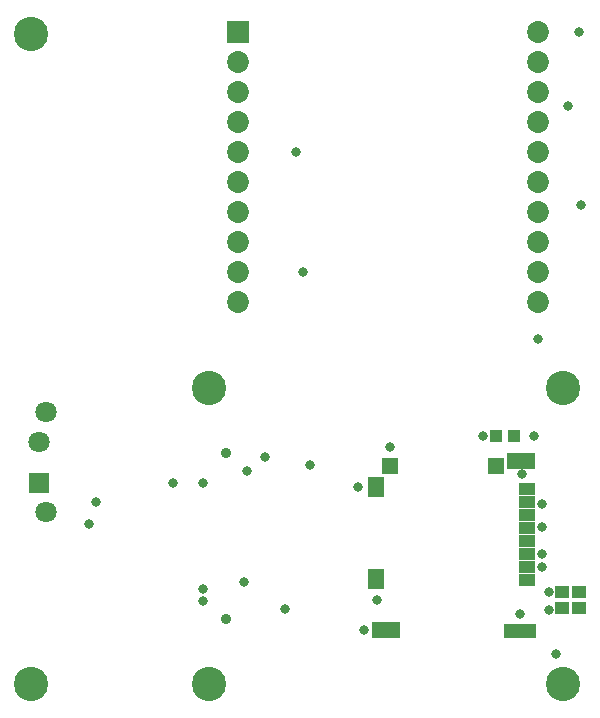
<source format=gbs>
G04*
G04 #@! TF.GenerationSoftware,Altium Limited,Altium Designer,18.1.9 (240)*
G04*
G04 Layer_Color=16711935*
%FSLAX25Y25*%
%MOIN*%
G70*
G01*
G75*
%ADD20R,0.04537X0.04143*%
%ADD24C,0.07300*%
%ADD25R,0.07300X0.07300*%
%ADD26R,0.07099X0.07099*%
%ADD27C,0.07099*%
%ADD28C,0.11430*%
%ADD29C,0.03556*%
%ADD30C,0.03162*%
%ADD48R,0.05328X0.06706*%
%ADD49R,0.09461X0.05328*%
%ADD50R,0.05524X0.05367*%
%ADD51R,0.05721X0.05367*%
%ADD52R,0.10642X0.04540*%
%ADD53R,0.05682X0.03950*%
%ADD54R,0.04147X0.04147*%
D20*
X133465Y40453D02*
D03*
Y35138D02*
D03*
X127559Y40453D02*
D03*
Y35138D02*
D03*
D24*
X119653Y137244D02*
D03*
Y147244D02*
D03*
Y157244D02*
D03*
Y167244D02*
D03*
Y177244D02*
D03*
Y187244D02*
D03*
Y197244D02*
D03*
Y207244D02*
D03*
Y217244D02*
D03*
Y227244D02*
D03*
X19654Y137244D02*
D03*
Y147244D02*
D03*
Y157244D02*
D03*
Y167244D02*
D03*
Y177244D02*
D03*
Y187244D02*
D03*
Y197244D02*
D03*
Y207244D02*
D03*
Y217244D02*
D03*
D25*
Y227244D02*
D03*
D26*
X-46850Y76772D02*
D03*
D27*
Y90551D02*
D03*
X-44370Y66929D02*
D03*
Y100394D02*
D03*
D28*
X127953Y9843D02*
D03*
X-49213Y226378D02*
D03*
Y9843D02*
D03*
X9843Y108268D02*
D03*
X127953D02*
D03*
X9843Y9843D02*
D03*
D29*
X15748Y31299D02*
D03*
Y86811D02*
D03*
D30*
X-27559Y70472D02*
D03*
X123364Y34449D02*
D03*
X7874Y37402D02*
D03*
X120866Y48819D02*
D03*
Y53150D02*
D03*
X121063Y62008D02*
D03*
Y69882D02*
D03*
X101378Y92520D02*
D03*
X118402D02*
D03*
X28740Y85315D02*
D03*
X22638Y80709D02*
D03*
X39065Y187008D02*
D03*
X41339Y147244D02*
D03*
X7874Y76772D02*
D03*
X-1969D02*
D03*
X21654Y43701D02*
D03*
X35433Y34646D02*
D03*
X123228Y40551D02*
D03*
X133858Y169291D02*
D03*
X129575Y202362D02*
D03*
X125689Y19783D02*
D03*
X119575Y124803D02*
D03*
X-29921Y62992D02*
D03*
X113563Y33248D02*
D03*
X133444Y227165D02*
D03*
X59606Y75354D02*
D03*
X70256Y88760D02*
D03*
X61572Y27776D02*
D03*
X65827Y37795D02*
D03*
X114173Y79921D02*
D03*
X43701Y82677D02*
D03*
X7874Y41339D02*
D03*
D48*
X65785Y75354D02*
D03*
Y44724D02*
D03*
D49*
X68915Y27776D02*
D03*
X114112Y84035D02*
D03*
D50*
X70214Y82441D02*
D03*
D51*
X105647D02*
D03*
D52*
X113521Y27382D02*
D03*
D53*
X116002Y74803D02*
D03*
Y70472D02*
D03*
Y66142D02*
D03*
Y61811D02*
D03*
Y57480D02*
D03*
Y53150D02*
D03*
Y48819D02*
D03*
Y44488D02*
D03*
D54*
X105610Y92520D02*
D03*
X111713D02*
D03*
M02*

</source>
